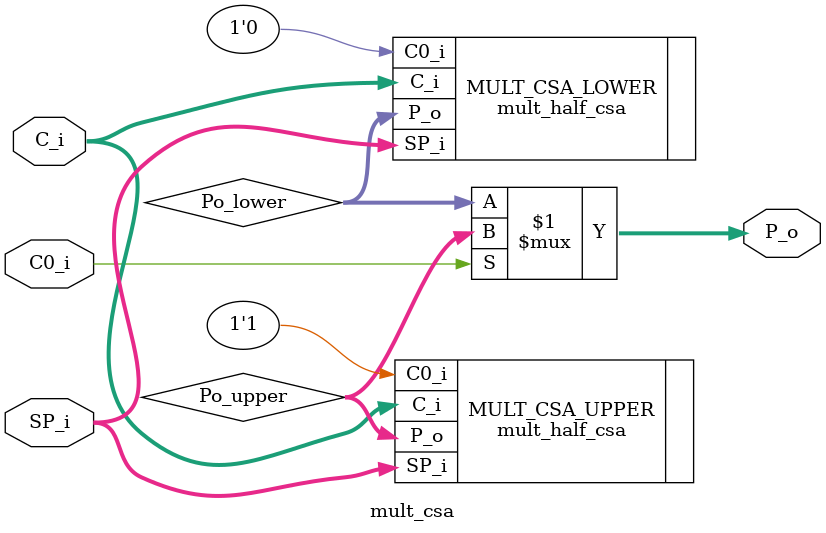
<source format=sv>
`timescale 1ns / 1ps


module mult_csa(
    input  [7:0] C_i,
    input  [7:0] SP_i,
    input        C0_i,

    output [8:0] P_o
);

wire [8:0] Po_lower;
wire [8:0] Po_upper;

assign P_o = C0_i ? Po_upper : Po_lower;

mult_half_csa MULT_CSA_LOWER (
    .C_i    (C_i      ),
    .SP_i   (SP_i     ),
    .C0_i   (1'b0     ),
					  
    .P_o    (Po_lower )
);

mult_half_csa MULT_CSA_UPPER (
    .C_i    (C_i      ),
    .SP_i   (SP_i     ),
    .C0_i   (1'b1     ),
					  
    .P_o    (Po_upper )
);

endmodule

</source>
